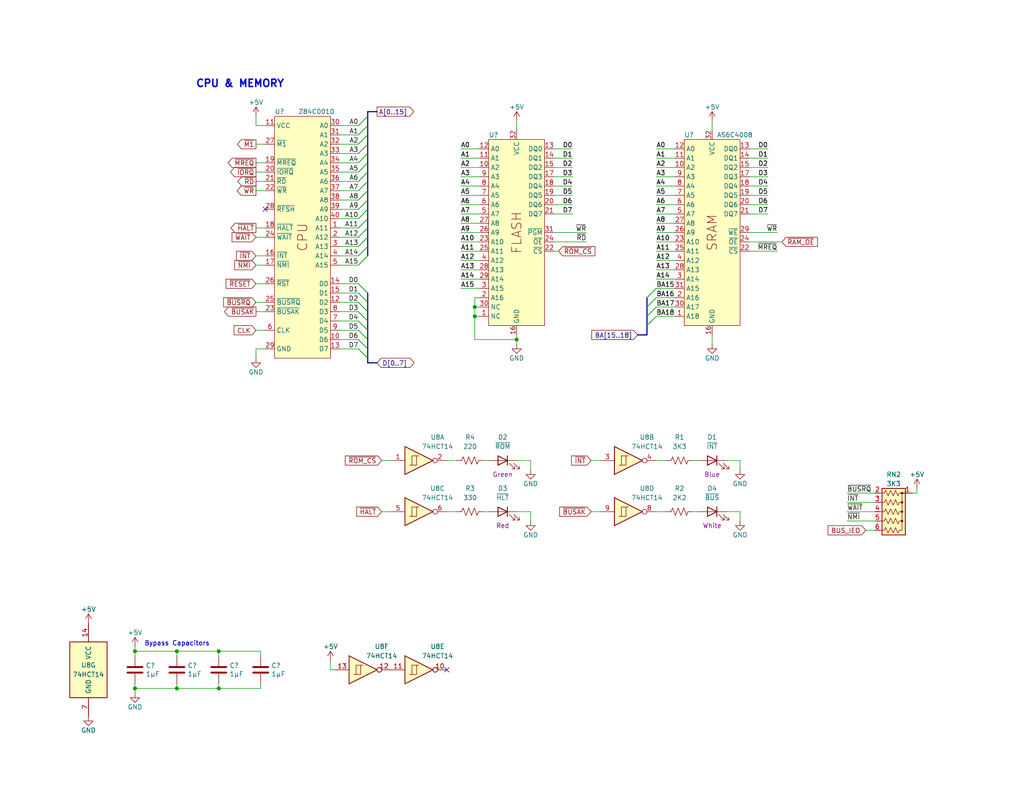
<source format=kicad_sch>
(kicad_sch (version 20230121) (generator eeschema)
  (paper "USLetter")
  (title_block (title "CPU and memory") (date "2023-09-20") (rev "3") (company "Frédéric Segard, aka Micro Hobbyist") (comment 1 "youtune.com/@microhobbyist") (comment 2 "github.com/fredericsegard") (comment 4 "I want to thank John Winans, Grant Searle and Sergey Kiselev for inspiring me."))
  (lib_symbols
    (symbol "+5V_1" (power) (pin_names (offset 0))
      (property "Value" "+5V_1" (at 0 3.556 0))
      (symbol "+5V_1_1_1"
        (pin power_in line (at 0 0 90) (length 0) hide (name "+5V") (number "1"))
      )
    )
    (symbol "0_Library:AS6C4008"
      (property "Reference" "U" (at -7.62 0.635 0))
      (property "Value" "AS6C4008" (at 1.27 0.635 0))
      (symbol "AS6C4008_0_0"
        (text "SRAM" (at 0 -25.4 900) (effects (font (size 2.54 2.54))))
        (pin power_in line (at 0 -53.34 90) (length 2.54) (name "GND") (number "16"))
        (pin power_in line (at 0 2.54 270) (length 2.54) (name "VCC") (number "32"))
      )
      (symbol "AS6C4008_1_1"
        (pin input line (at -10.16 -48.26 0) (length 2.54) (name "A18") (number "1"))
        (pin input line (at -10.16 -7.62 0) (length 2.54) (name "A2") (number "10"))
        (pin input line (at -10.16 -5.08 0) (length 2.54) (name "A1") (number "11"))
        (pin input line (at -10.16 -2.54 0) (length 2.54) (name "A0") (number "12"))
        (pin tri_state line (at 10.16 -2.54 180) (length 2.54) (name "DQ0") (number "13"))
        (pin tri_state line (at 10.16 -5.08 180) (length 2.54) (name "DQ1") (number "14"))
        (pin tri_state line (at 10.16 -7.62 180) (length 2.54) (name "DQ2") (number "15"))
        (pin tri_state line (at 10.16 -10.16 180) (length 2.54) (name "DQ3") (number "17"))
        (pin tri_state line (at 10.16 -12.7 180) (length 2.54) (name "DQ4") (number "18"))
        (pin tri_state line (at 10.16 -15.24 180) (length 2.54) (name "DQ5") (number "19"))
        (pin input line (at -10.16 -43.18 0) (length 2.54) (name "A16") (number "2"))
        (pin tri_state line (at 10.16 -17.78 180) (length 2.54) (name "DQ6") (number "20"))
        (pin tri_state line (at 10.16 -20.32 180) (length 2.54) (name "DQ7") (number "21"))
        (pin input line (at 10.16 -30.48 180) (length 2.54) (name "~{CS}") (number "22"))
        (pin input line (at -10.16 -27.94 0) (length 2.54) (name "A10") (number "23"))
        (pin input line (at 10.16 -27.94 180) (length 2.54) (name "~{OE}") (number "24"))
        (pin input line (at -10.16 -30.48 0) (length 2.54) (name "A11") (number "25"))
        (pin input line (at -10.16 -25.4 0) (length 2.54) (name "A9") (number "26"))
        (pin input line (at -10.16 -22.86 0) (length 2.54) (name "A8") (number "27"))
        (pin input line (at -10.16 -35.56 0) (length 2.54) (name "A13") (number "28"))
        (pin input line (at 10.16 -25.4 180) (length 2.54) (name "~{WE}") (number "29"))
        (pin input line (at -10.16 -38.1 0) (length 2.54) (name "A14") (number "3"))
        (pin input line (at -10.16 -45.72 0) (length 2.54) (name "A17") (number "30"))
        (pin input line (at -10.16 -40.64 0) (length 2.54) (name "A15") (number "31"))
        (pin input line (at -10.16 -33.02 0) (length 2.54) (name "A12") (number "4"))
        (pin input line (at -10.16 -20.32 0) (length 2.54) (name "A7") (number "5"))
        (pin input line (at -10.16 -17.78 0) (length 2.54) (name "A6") (number "6"))
        (pin input line (at -10.16 -15.24 0) (length 2.54) (name "A5") (number "7"))
        (pin input line (at -10.16 -12.7 0) (length 2.54) (name "A4") (number "8"))
        (pin input line (at -10.16 -10.16 0) (length 2.54) (name "A3") (number "9"))
      )
    )
    (symbol "0_Library:SST39SF010"
      (property "Reference" "U" (at -7.62 0 0))
      (property "Value" "SST39SF010" (at 1.27 0 0))
      (symbol "SST39SF010_0_0"
        (text "FLASH" (at 0 -25.4 900) (effects (font (size 2.54 2.54))))
        (pin power_in line (at 0 -53.34 90) (length 2.54) (name "GND") (number "16"))
        (pin power_in line (at 0 2.54 270) (length 2.54) (name "VCC") (number "32"))
      )
      (symbol "SST39SF010_1_1"
        (pin input line (at -10.16 -48.26 0) (length 2.54) (name "NC") (number "1"))
        (pin input line (at -10.16 -7.62 0) (length 2.54) (name "A2") (number "10"))
        (pin input line (at -10.16 -5.08 0) (length 2.54) (name "A1") (number "11"))
        (pin input line (at -10.16 -2.54 0) (length 2.54) (name "A0") (number "12"))
        (pin tri_state line (at 10.16 -2.54 180) (length 2.54) (name "DQ0") (number "13"))
        (pin tri_state line (at 10.16 -5.08 180) (length 2.54) (name "DQ1") (number "14"))
        (pin tri_state line (at 10.16 -7.62 180) (length 2.54) (name "DQ2") (number "15"))
        (pin tri_state line (at 10.16 -10.16 180) (length 2.54) (name "DQ3") (number "17"))
        (pin tri_state line (at 10.16 -12.7 180) (length 2.54) (name "DQ4") (number "18"))
        (pin tri_state line (at 10.16 -15.24 180) (length 2.54) (name "DQ5") (number "19"))
        (pin input line (at -10.16 -43.18 0) (length 2.54) (name "A16") (number "2"))
        (pin tri_state line (at 10.16 -17.78 180) (length 2.54) (name "DQ6") (number "20"))
        (pin tri_state line (at 10.16 -20.32 180) (length 2.54) (name "DQ7") (number "21"))
        (pin input line (at 10.16 -30.48 180) (length 2.54) (name "~{CS}") (number "22"))
        (pin input line (at -10.16 -27.94 0) (length 2.54) (name "A10") (number "23"))
        (pin input line (at 10.16 -27.94 180) (length 2.54) (name "~{OE}") (number "24"))
        (pin input line (at -10.16 -30.48 0) (length 2.54) (name "A11") (number "25"))
        (pin input line (at -10.16 -25.4 0) (length 2.54) (name "A9") (number "26"))
        (pin input line (at -10.16 -22.86 0) (length 2.54) (name "A8") (number "27"))
        (pin input line (at -10.16 -35.56 0) (length 2.54) (name "A13") (number "28"))
        (pin input line (at -10.16 -38.1 0) (length 2.54) (name "A14") (number "29"))
        (pin input line (at -10.16 -40.64 0) (length 2.54) (name "A15") (number "3"))
        (pin input line (at -10.16 -45.72 0) (length 2.54) (name "NC") (number "30"))
        (pin input line (at 10.16 -25.4 180) (length 2.54) (name "~{PGM}") (number "31"))
        (pin input line (at -10.16 -33.02 0) (length 2.54) (name "A12") (number "4"))
        (pin input line (at -10.16 -20.32 0) (length 2.54) (name "A7") (number "5"))
        (pin input line (at -10.16 -17.78 0) (length 2.54) (name "A6") (number "6"))
        (pin input line (at -10.16 -15.24 0) (length 2.54) (name "A5") (number "7"))
        (pin input line (at -10.16 -12.7 0) (length 2.54) (name "A4") (number "8"))
        (pin input line (at -10.16 -10.16 0) (length 2.54) (name "A3") (number "9"))
      )
    )
    (symbol "0_Library:Z84C00xx CPU"
      (property "Reference" "U" (at -7.62 1.27 0))
      (property "Value" "Z84C00xx CPU" (at 1.27 1.27 0))
      (symbol "Z84C00xx CPU_0_0"
        (text "CPU" (at 0 -33.02 900) (effects (font (size 2.54 2.54))))
      )
      (symbol "Z84C00xx CPU_1_1"
        (pin tri_state line (at 10.16 -30.48 180) (length 2.54) (name "A11") (number "1"))
        (pin tri_state line (at 10.16 -60.96 180) (length 2.54) (name "D6") (number "10"))
        (pin power_in line (at -10.16 -2.54 0) (length 2.54) (name "VCC") (number "11"))
        (pin tri_state line (at 10.16 -50.8 180) (length 2.54) (name "D2") (number "12"))
        (pin tri_state line (at 10.16 -63.5 180) (length 2.54) (name "D7") (number "13"))
        (pin tri_state line (at 10.16 -45.72 180) (length 2.54) (name "D0") (number "14"))
        (pin tri_state line (at 10.16 -48.26 180) (length 2.54) (name "D1") (number "15"))
        (pin input line (at -10.16 -38.1 0) (length 2.54) (name "~{INT}") (number "16"))
        (pin input line (at -10.16 -40.64 0) (length 2.54) (name "~{NMI}") (number "17"))
        (pin output line (at -10.16 -30.48 0) (length 2.54) (name "~{HALT}") (number "18"))
        (pin tri_state line (at -10.16 -12.7 0) (length 2.54) (name "~{MREQ}") (number "19"))
        (pin tri_state line (at 10.16 -33.02 180) (length 2.54) (name "A12") (number "2"))
        (pin tri_state line (at -10.16 -15.24 0) (length 2.54) (name "~{IORQ}") (number "20"))
        (pin tri_state line (at -10.16 -17.78 0) (length 2.54) (name "~{RD}") (number "21"))
        (pin tri_state line (at -10.16 -20.32 0) (length 2.54) (name "~{WR}") (number "22"))
        (pin output line (at -10.16 -53.34 0) (length 2.54) (name "~{BUSAK}") (number "23"))
        (pin input line (at -10.16 -33.02 0) (length 2.54) (name "~{WAIT}") (number "24"))
        (pin input line (at -10.16 -50.8 0) (length 2.54) (name "~{BUSRQ}") (number "25"))
        (pin input line (at -10.16 -45.72 0) (length 2.54) (name "~{RST}") (number "26"))
        (pin output line (at -10.16 -7.62 0) (length 2.54) (name "~{M1}") (number "27"))
        (pin tri_state line (at -10.16 -25.4 0) (length 2.54) (name "~{RFSH}") (number "28"))
        (pin power_in line (at -10.16 -63.5 0) (length 2.54) (name "GND") (number "29"))
        (pin tri_state line (at 10.16 -35.56 180) (length 2.54) (name "A13") (number "3"))
        (pin tri_state line (at 10.16 -2.54 180) (length 2.54) (name "A0") (number "30"))
        (pin tri_state line (at 10.16 -5.08 180) (length 2.54) (name "A1") (number "31"))
        (pin tri_state line (at 10.16 -7.62 180) (length 2.54) (name "A2") (number "32"))
        (pin tri_state line (at 10.16 -10.16 180) (length 2.54) (name "A3") (number "33"))
        (pin tri_state line (at 10.16 -12.7 180) (length 2.54) (name "A4") (number "34"))
        (pin tri_state line (at 10.16 -15.24 180) (length 2.54) (name "A5") (number "35"))
        (pin tri_state line (at 10.16 -17.78 180) (length 2.54) (name "A6") (number "36"))
        (pin tri_state line (at 10.16 -20.32 180) (length 2.54) (name "A7") (number "37"))
        (pin tri_state line (at 10.16 -22.86 180) (length 2.54) (name "A8") (number "38"))
        (pin tri_state line (at 10.16 -25.4 180) (length 2.54) (name "A9") (number "39"))
        (pin tri_state line (at 10.16 -38.1 180) (length 2.54) (name "A14") (number "4"))
        (pin tri_state line (at 10.16 -27.94 180) (length 2.54) (name "A10") (number "40"))
        (pin tri_state line (at 10.16 -40.64 180) (length 2.54) (name "A15") (number "5"))
        (pin input line (at -10.16 -58.42 0) (length 2.54) (name "CLK") (number "6"))
        (pin tri_state line (at 10.16 -55.88 180) (length 2.54) (name "D4") (number "7"))
        (pin tri_state line (at 10.16 -53.34 180) (length 2.54) (name "D3") (number "8"))
        (pin tri_state line (at 10.16 -58.42 180) (length 2.54) (name "D5") (number "9"))
      )
    )
    (symbol "74xx:74HC14" (pin_names (offset 1.016))
      (property "Reference" "U" (at 0 1.27 0))
      (property "Value" "74HC14" (at 0 -1.27 0))
      (symbol "74HC14_1_0"
        (pin input line (at -7.62 0 0) (length 3.81) (name "~") (number "1"))
        (pin output inverted (at 7.62 0 180) (length 3.81) (name "~") (number "2"))
      )
      (symbol "74HC14_2_0"
        (pin input line (at -7.62 0 0) (length 3.81) (name "~") (number "3"))
        (pin output inverted (at 7.62 0 180) (length 3.81) (name "~") (number "4"))
      )
      (symbol "74HC14_3_0"
        (pin input line (at -7.62 0 0) (length 3.81) (name "~") (number "5"))
        (pin output inverted (at 7.62 0 180) (length 3.81) (name "~") (number "6"))
      )
      (symbol "74HC14_4_0"
        (pin output inverted (at 7.62 0 180) (length 3.81) (name "~") (number "8"))
        (pin input line (at -7.62 0 0) (length 3.81) (name "~") (number "9"))
      )
      (symbol "74HC14_5_0"
        (pin output inverted (at 7.62 0 180) (length 3.81) (name "~") (number "10"))
        (pin input line (at -7.62 0 0) (length 3.81) (name "~") (number "11"))
      )
      (symbol "74HC14_6_0"
        (pin output inverted (at 7.62 0 180) (length 3.81) (name "~") (number "12"))
        (pin input line (at -7.62 0 0) (length 3.81) (name "~") (number "13"))
      )
      (symbol "74HC14_7_0"
        (pin power_in line (at 0 12.7 270) (length 5.08) (name "VCC") (number "14"))
        (pin power_in line (at 0 -12.7 90) (length 5.08) (name "GND") (number "7"))
      )
    )
    (symbol "Device:C" (pin_numbers hide) (pin_names (offset 0.254))
      (property "Reference" "C" (at 0.635 2.54 0))
      (property "Value" "C" (at 0.635 -2.54 0))
      (symbol "C_1_1"
        (pin passive line (at 0 3.81 270) (length 2.794) (name "~") (number "1"))
        (pin passive line (at 0 -3.81 90) (length 2.794) (name "~") (number "2"))
      )
    )
    (symbol "Device:LED" (pin_numbers hide) (pin_names (offset 1.016) hide)
      (property "Reference" "D" (at 0 2.54 0))
      (property "Value" "LED" (at 0 -2.54 0))
      (symbol "LED_1_1"
        (pin passive line (at -3.81 0 0) (length 2.54) (name "K") (number "1"))
        (pin passive line (at 3.81 0 180) (length 2.54) (name "A") (number "2"))
      )
    )
    (symbol "Device:R_Network05_US" (pin_names (offset 0) hide)
      (property "Reference" "RN" (at -7.62 0 90))
      (property "Value" "R_Network05_US" (at 7.62 0 90))
      (symbol "R_Network05_US_1_1"
        (pin passive line (at -5.08 5.08 270) (length 2.54) (name "common") (number "1"))
        (pin passive line (at -5.08 -5.08 90) (length 1.27) (name "R1") (number "2"))
        (pin passive line (at -2.54 -5.08 90) (length 1.27) (name "R2") (number "3"))
        (pin passive line (at 0 -5.08 90) (length 1.27) (name "R3") (number "4"))
        (pin passive line (at 2.54 -5.08 90) (length 1.27) (name "R4") (number "5"))
        (pin passive line (at 5.08 -5.08 90) (length 1.27) (name "R5") (number "6"))
      )
    )
    (symbol "Device:R_US" (pin_numbers hide) (pin_names (offset 0))
      (property "Reference" "R" (at 2.54 0 90))
      (property "Value" "R_US" (at -2.54 0 90))
      (symbol "R_US_1_1"
        (pin passive line (at 0 3.81 270) (length 1.27) (name "~") (number "1"))
        (pin passive line (at 0 -3.81 90) (length 1.27) (name "~") (number "2"))
      )
    )
    (symbol "GND_1" (power) (pin_names (offset 0))
      (property "Value" "GND_1" (at 0 -3.81 0))
      (symbol "GND_1_1_1"
        (pin power_in line (at 0 0 270) (length 0) hide (name "GND") (number "1"))
      )
    )
  )
  (junction (at 48.26 187.96))
  (junction (at 36.83 187.96))
  (junction (at 129.54 86.36))
  (junction (at 59.69 187.96))
  (junction (at 59.69 177.8))
  (junction (at 129.54 83.82))
  (junction (at 36.83 177.8))
  (junction (at 140.97 92.71))
  (junction (at 48.26 177.8))
  (no_connect (at 72.39 57.15))
  (no_connect (at 121.92 182.88))
  (bus_entry (at 97.79 46.99) (size 2.54 -2.54))
  (bus_entry (at 97.79 46.99) (size 2.54 -2.54))
  (bus_entry (at 97.79 41.91) (size 2.54 -2.54))
  (bus_entry (at 97.79 41.91) (size 2.54 -2.54))
  (bus_entry (at 97.79 72.39) (size 2.54 -2.54))
  (bus_entry (at 97.79 72.39) (size 2.54 -2.54))
  (bus_entry (at 97.79 54.61) (size 2.54 -2.54))
  (bus_entry (at 97.79 54.61) (size 2.54 -2.54))
  (bus_entry (at 97.79 69.85) (size 2.54 -2.54))
  (bus_entry (at 97.79 69.85) (size 2.54 -2.54))
  (bus_entry (at 100.33 85.09) (size -2.54 -2.54))
  (bus_entry (at 100.33 85.09) (size -2.54 -2.54))
  (bus_entry (at 97.79 64.77) (size 2.54 -2.54))
  (bus_entry (at 97.79 64.77) (size 2.54 -2.54))
  (bus_entry (at 100.33 90.17) (size -2.54 -2.54))
  (bus_entry (at 100.33 90.17) (size -2.54 -2.54))
  (bus_entry (at 97.79 49.53) (size 2.54 -2.54))
  (bus_entry (at 97.79 49.53) (size 2.54 -2.54))
  (bus_entry (at 100.33 87.63) (size -2.54 -2.54))
  (bus_entry (at 100.33 87.63) (size -2.54 -2.54))
  (bus_entry (at 176.53 86.36) (size 2.54 -2.54))
  (bus_entry (at 176.53 86.36) (size 2.54 -2.54))
  (bus_entry (at 100.33 82.55) (size -2.54 -2.54))
  (bus_entry (at 100.33 82.55) (size -2.54 -2.54))
  (bus_entry (at 176.53 83.82) (size 2.54 -2.54))
  (bus_entry (at 176.53 83.82) (size 2.54 -2.54))
  (bus_entry (at 176.53 81.28) (size 2.54 -2.54))
  (bus_entry (at 176.53 81.28) (size 2.54 -2.54))
  (bus_entry (at 97.79 36.83) (size 2.54 -2.54))
  (bus_entry (at 97.79 36.83) (size 2.54 -2.54))
  (bus_entry (at 97.79 57.15) (size 2.54 -2.54))
  (bus_entry (at 97.79 57.15) (size 2.54 -2.54))
  (bus_entry (at 97.79 34.29) (size 2.54 -2.54))
  (bus_entry (at 97.79 34.29) (size 2.54 -2.54))
  (bus_entry (at 100.33 95.25) (size -2.54 -2.54))
  (bus_entry (at 100.33 95.25) (size -2.54 -2.54))
  (bus_entry (at 176.53 88.9) (size 2.54 -2.54))
  (bus_entry (at 176.53 88.9) (size 2.54 -2.54))
  (bus_entry (at 97.79 52.07) (size 2.54 -2.54))
  (bus_entry (at 97.79 52.07) (size 2.54 -2.54))
  (bus_entry (at 97.79 39.37) (size 2.54 -2.54))
  (bus_entry (at 97.79 39.37) (size 2.54 -2.54))
  (bus_entry (at 97.79 62.23) (size 2.54 -2.54))
  (bus_entry (at 97.79 62.23) (size 2.54 -2.54))
  (bus_entry (at 97.79 67.31) (size 2.54 -2.54))
  (bus_entry (at 97.79 67.31) (size 2.54 -2.54))
  (bus_entry (at 100.33 97.79) (size -2.54 -2.54))
  (bus_entry (at 100.33 97.79) (size -2.54 -2.54))
  (bus_entry (at 100.33 80.01) (size -2.54 -2.54))
  (bus_entry (at 100.33 80.01) (size -2.54 -2.54))
  (bus_entry (at 97.79 44.45) (size 2.54 -2.54))
  (bus_entry (at 97.79 44.45) (size 2.54 -2.54))
  (bus_entry (at 97.79 59.69) (size 2.54 -2.54))
  (bus_entry (at 97.79 59.69) (size 2.54 -2.54))
  (bus_entry (at 100.33 92.71) (size -2.54 -2.54))
  (bus_entry (at 100.33 92.71) (size -2.54 -2.54))
  (wire (pts (xy 92.71 41.91) (xy 97.79 41.91)))
  (wire (pts (xy 92.71 54.61) (xy 97.79 54.61)))
  (wire (pts (xy 92.71 62.23) (xy 97.79 62.23)))
  (wire (pts (xy 90.17 180.34) (xy 90.17 182.88)))
  (wire (pts (xy 91.44 182.88) (xy 90.17 182.88)))
  (wire (pts (xy 151.13 45.72) (xy 156.21 45.72)))
  (wire (pts (xy 92.71 39.37) (xy 97.79 39.37)))
  (wire (pts (xy 69.85 82.55) (xy 72.39 82.55)))
  (wire (pts (xy 151.13 68.58) (xy 152.4 68.58)))
  (wire (pts (xy 250.19 133.35) (xy 250.19 134.62)))
  (wire (pts (xy 92.71 46.99) (xy 97.79 46.99)))
  (wire (pts (xy 36.83 186.69) (xy 36.83 187.96)))
  (wire (pts (xy 201.93 125.73) (xy 201.93 128.27)))
  (wire (pts (xy 204.47 45.72) (xy 209.55 45.72)))
  (wire (pts (xy 179.07 139.7) (xy 181.61 139.7)))
  (wire (pts (xy 71.12 177.8) (xy 59.69 177.8)))
  (bus (pts (xy 100.33 87.63) (xy 100.33 90.17)))
  (bus (pts (xy 100.33 49.53) (xy 100.33 52.07)))
  (wire (pts (xy 204.47 50.8) (xy 209.55 50.8)))
  (bus (pts (xy 100.33 80.01) (xy 100.33 82.55)))
  (wire (pts (xy 130.81 73.66) (xy 125.73 73.66)))
  (wire (pts (xy 92.71 69.85) (xy 97.79 69.85)))
  (bus (pts (xy 100.33 57.15) (xy 100.33 54.61)))
  (wire (pts (xy 48.26 187.96) (xy 59.69 187.96)))
  (wire (pts (xy 140.97 92.71) (xy 140.97 93.98)))
  (wire (pts (xy 204.47 58.42) (xy 209.55 58.42)))
  (wire (pts (xy 204.47 63.5) (xy 212.09 63.5)))
  (wire (pts (xy 140.97 139.7) (xy 144.78 139.7)))
  (wire (pts (xy 69.85 31.75) (xy 69.85 34.29)))
  (wire (pts (xy 130.81 68.58) (xy 125.73 68.58)))
  (wire (pts (xy 48.26 186.69) (xy 48.26 187.96)))
  (wire (pts (xy 59.69 179.07) (xy 59.69 177.8)))
  (wire (pts (xy 179.07 86.36) (xy 184.15 86.36)))
  (wire (pts (xy 204.47 68.58) (xy 212.09 68.58)))
  (wire (pts (xy 69.85 69.85) (xy 72.39 69.85)))
  (wire (pts (xy 179.07 83.82) (xy 184.15 83.82)))
  (wire (pts (xy 184.15 55.88) (xy 179.07 55.88)))
  (wire (pts (xy 179.07 81.28) (xy 184.15 81.28)))
  (wire (pts (xy 130.81 43.18) (xy 125.73 43.18)))
  (bus (pts (xy 176.53 81.28) (xy 176.53 83.82)))
  (wire (pts (xy 130.81 81.28) (xy 129.54 81.28)))
  (wire (pts (xy 151.13 48.26) (xy 156.21 48.26)))
  (wire (pts (xy 190.5 125.73) (xy 189.23 125.73)))
  (wire (pts (xy 184.15 60.96) (xy 179.07 60.96)))
  (wire (pts (xy 72.39 95.25) (xy 69.85 95.25)))
  (wire (pts (xy 69.85 44.45) (xy 72.39 44.45)))
  (bus (pts (xy 100.33 31.75) (xy 100.33 30.48)))
  (wire (pts (xy 129.54 92.71) (xy 140.97 92.71)))
  (wire (pts (xy 144.78 139.7) (xy 144.78 142.24)))
  (wire (pts (xy 36.83 176.53) (xy 36.83 177.8)))
  (bus (pts (xy 176.53 83.82) (xy 176.53 86.36)))
  (wire (pts (xy 204.47 53.34) (xy 209.55 53.34)))
  (wire (pts (xy 130.81 55.88) (xy 125.73 55.88)))
  (wire (pts (xy 121.92 139.7) (xy 124.46 139.7)))
  (bus (pts (xy 100.33 85.09) (xy 100.33 87.63)))
  (wire (pts (xy 204.47 40.64) (xy 209.55 40.64)))
  (wire (pts (xy 129.54 86.36) (xy 129.54 92.71)))
  (bus (pts (xy 100.33 64.77) (xy 100.33 62.23)))
  (bus (pts (xy 100.33 69.85) (xy 100.33 67.31)))
  (wire (pts (xy 71.12 186.69) (xy 71.12 187.96)))
  (wire (pts (xy 184.15 45.72) (xy 179.07 45.72)))
  (bus (pts (xy 100.33 99.06) (xy 102.87 99.06)))
  (wire (pts (xy 140.97 91.44) (xy 140.97 92.71)))
  (bus (pts (xy 100.33 49.53) (xy 100.33 46.99)))
  (wire (pts (xy 184.15 43.18) (xy 179.07 43.18)))
  (bus (pts (xy 173.99 91.44) (xy 176.53 91.44)))
  (wire (pts (xy 48.26 177.8) (xy 36.83 177.8)))
  (wire (pts (xy 238.76 134.62) (xy 231.14 134.62)))
  (wire (pts (xy 59.69 177.8) (xy 48.26 177.8)))
  (bus (pts (xy 100.33 39.37) (xy 100.33 36.83)))
  (wire (pts (xy 72.39 34.29) (xy 69.85 34.29)))
  (wire (pts (xy 238.76 142.24) (xy 231.14 142.24)))
  (wire (pts (xy 231.14 137.16) (xy 238.76 137.16)))
  (bus (pts (xy 100.33 90.17) (xy 100.33 92.71)))
  (bus (pts (xy 176.53 86.36) (xy 176.53 88.9)))
  (bus (pts (xy 100.33 97.79) (xy 100.33 99.06)))
  (wire (pts (xy 92.71 90.17) (xy 97.79 90.17)))
  (wire (pts (xy 204.47 55.88) (xy 209.55 55.88)))
  (wire (pts (xy 92.71 44.45) (xy 97.79 44.45)))
  (wire (pts (xy 130.81 50.8) (xy 125.73 50.8)))
  (wire (pts (xy 250.19 134.62) (xy 248.92 134.62)))
  (wire (pts (xy 92.71 82.55) (xy 97.79 82.55)))
  (wire (pts (xy 121.92 125.73) (xy 124.46 125.73)))
  (bus (pts (xy 100.33 36.83) (xy 100.33 34.29)))
  (wire (pts (xy 104.14 139.7) (xy 106.68 139.7)))
  (wire (pts (xy 69.85 52.07) (xy 72.39 52.07)))
  (wire (pts (xy 130.81 66.04) (xy 125.73 66.04)))
  (wire (pts (xy 236.22 144.78) (xy 238.76 144.78)))
  (wire (pts (xy 194.31 91.44) (xy 194.31 93.98)))
  (wire (pts (xy 130.81 83.82) (xy 129.54 83.82)))
  (wire (pts (xy 204.47 43.18) (xy 209.55 43.18)))
  (wire (pts (xy 140.97 125.73) (xy 144.78 125.73)))
  (wire (pts (xy 184.15 66.04) (xy 179.07 66.04)))
  (wire (pts (xy 204.47 66.04) (xy 213.36 66.04)))
  (wire (pts (xy 72.39 39.37) (xy 69.85 39.37)))
  (wire (pts (xy 130.81 40.64) (xy 125.73 40.64)))
  (wire (pts (xy 92.71 52.07) (xy 97.79 52.07)))
  (wire (pts (xy 69.85 90.17) (xy 72.39 90.17)))
  (wire (pts (xy 92.71 49.53) (xy 97.79 49.53)))
  (wire (pts (xy 92.71 57.15) (xy 97.79 57.15)))
  (wire (pts (xy 151.13 55.88) (xy 156.21 55.88)))
  (wire (pts (xy 59.69 186.69) (xy 59.69 187.96)))
  (wire (pts (xy 184.15 63.5) (xy 179.07 63.5)))
  (wire (pts (xy 161.29 139.7) (xy 163.83 139.7)))
  (wire (pts (xy 69.85 85.09) (xy 72.39 85.09)))
  (wire (pts (xy 69.85 77.47) (xy 72.39 77.47)))
  (wire (pts (xy 151.13 43.18) (xy 156.21 43.18)))
  (wire (pts (xy 198.12 139.7) (xy 201.93 139.7)))
  (bus (pts (xy 100.33 30.48) (xy 102.87 30.48)))
  (wire (pts (xy 184.15 40.64) (xy 179.07 40.64)))
  (wire (pts (xy 130.81 71.12) (xy 125.73 71.12)))
  (wire (pts (xy 36.83 177.8) (xy 36.83 179.07)))
  (wire (pts (xy 130.81 58.42) (xy 125.73 58.42)))
  (bus (pts (xy 100.33 59.69) (xy 100.33 57.15)))
  (wire (pts (xy 184.15 73.66) (xy 179.07 73.66)))
  (wire (pts (xy 129.54 83.82) (xy 129.54 86.36)))
  (wire (pts (xy 151.13 58.42) (xy 156.21 58.42)))
  (wire (pts (xy 69.85 64.77) (xy 72.39 64.77)))
  (wire (pts (xy 198.12 125.73) (xy 201.93 125.73)))
  (wire (pts (xy 92.71 64.77) (xy 97.79 64.77)))
  (wire (pts (xy 92.71 36.83) (xy 97.79 36.83)))
  (wire (pts (xy 92.71 80.01) (xy 97.79 80.01)))
  (wire (pts (xy 184.15 48.26) (xy 179.07 48.26)))
  (wire (pts (xy 231.14 139.7) (xy 238.76 139.7)))
  (wire (pts (xy 92.71 72.39) (xy 97.79 72.39)))
  (bus (pts (xy 100.33 62.23) (xy 100.33 59.69)))
  (wire (pts (xy 130.81 78.74) (xy 125.73 78.74)))
  (wire (pts (xy 48.26 179.07) (xy 48.26 177.8)))
  (wire (pts (xy 144.78 125.73) (xy 144.78 128.27)))
  (wire (pts (xy 92.71 85.09) (xy 97.79 85.09)))
  (wire (pts (xy 184.15 53.34) (xy 179.07 53.34)))
  (wire (pts (xy 130.81 76.2) (xy 125.73 76.2)))
  (wire (pts (xy 59.69 187.96) (xy 71.12 187.96)))
  (wire (pts (xy 130.81 60.96) (xy 125.73 60.96)))
  (wire (pts (xy 69.85 62.23) (xy 72.39 62.23)))
  (wire (pts (xy 92.71 67.31) (xy 97.79 67.31)))
  (wire (pts (xy 133.35 125.73) (xy 132.08 125.73)))
  (wire (pts (xy 69.85 46.99) (xy 72.39 46.99)))
  (bus (pts (xy 100.33 34.29) (xy 100.33 31.75)))
  (wire (pts (xy 104.14 125.73) (xy 106.68 125.73)))
  (wire (pts (xy 36.83 187.96) (xy 48.26 187.96)))
  (wire (pts (xy 71.12 179.07) (xy 71.12 177.8)))
  (wire (pts (xy 179.07 78.74) (xy 184.15 78.74)))
  (wire (pts (xy 204.47 48.26) (xy 209.55 48.26)))
  (wire (pts (xy 184.15 58.42) (xy 179.07 58.42)))
  (bus (pts (xy 176.53 88.9) (xy 176.53 91.44)))
  (wire (pts (xy 161.29 125.73) (xy 163.83 125.73)))
  (wire (pts (xy 184.15 50.8) (xy 179.07 50.8)))
  (wire (pts (xy 151.13 50.8) (xy 156.21 50.8)))
  (bus (pts (xy 100.33 44.45) (xy 100.33 41.91)))
  (wire (pts (xy 92.71 77.47) (xy 97.79 77.47)))
  (wire (pts (xy 69.85 95.25) (xy 69.85 97.79)))
  (wire (pts (xy 92.71 87.63) (xy 97.79 87.63)))
  (wire (pts (xy 184.15 68.58) (xy 179.07 68.58)))
  (wire (pts (xy 184.15 71.12) (xy 179.07 71.12)))
  (bus (pts (xy 100.33 92.71) (xy 100.33 95.25)))
  (wire (pts (xy 160.02 66.04) (xy 151.13 66.04)))
  (bus (pts (xy 100.33 41.91) (xy 100.33 39.37)))
  (wire (pts (xy 151.13 53.34) (xy 156.21 53.34)))
  (bus (pts (xy 100.33 82.55) (xy 100.33 85.09)))
  (wire (pts (xy 194.31 33.02) (xy 194.31 35.56)))
  (wire (pts (xy 130.81 53.34) (xy 125.73 53.34)))
  (wire (pts (xy 129.54 81.28) (xy 129.54 83.82)))
  (bus (pts (xy 100.33 95.25) (xy 100.33 97.79)))
  (wire (pts (xy 140.97 33.02) (xy 140.97 35.56)))
  (wire (pts (xy 69.85 72.39) (xy 72.39 72.39)))
  (wire (pts (xy 69.85 49.53) (xy 72.39 49.53)))
  (wire (pts (xy 151.13 40.64) (xy 156.21 40.64)))
  (wire (pts (xy 151.13 63.5) (xy 160.02 63.5)))
  (bus (pts (xy 100.33 46.99) (xy 100.33 44.45)))
  (wire (pts (xy 129.54 86.36) (xy 130.81 86.36)))
  (bus (pts (xy 100.33 54.61) (xy 100.33 52.07)))
  (wire (pts (xy 36.83 187.96) (xy 36.83 189.23)))
  (wire (pts (xy 201.93 139.7) (xy 201.93 142.24)))
  (wire (pts (xy 92.71 59.69) (xy 97.79 59.69)))
  (wire (pts (xy 190.5 139.7) (xy 189.23 139.7)))
  (wire (pts (xy 130.81 63.5) (xy 125.73 63.5)))
  (wire (pts (xy 92.71 95.25) (xy 97.79 95.25)))
  (wire (pts (xy 133.35 139.7) (xy 132.08 139.7)))
  (wire (pts (xy 92.71 34.29) (xy 97.79 34.29)))
  (bus (pts (xy 100.33 67.31) (xy 100.33 64.77)))
  (wire (pts (xy 184.15 76.2) (xy 179.07 76.2)))
  (wire (pts (xy 179.07 125.73) (xy 181.61 125.73)))
  (wire (pts (xy 92.71 92.71) (xy 97.79 92.71)))
  (wire (pts (xy 130.81 45.72) (xy 125.73 45.72)))
  (wire (pts (xy 130.81 48.26) (xy 125.73 48.26)))
  (text "Bypass Capacitors" (at 39.37 176.53 0) (effects (font (size 1.27 1.27)) (justify left bottom)))
  (text "Bypass Capacitors" (at 39.37 176.53 0) (effects (font (size 1.27 1.27)) (justify left bottom)))
  (text "CPU & MEMORY" (at 53.34 24.13 0) (effects (font (size 2 2) (thickness 0.4) bold) (justify left bottom)))
  (label "A14" (at 125.73 76.2 0))
  (label "A4" (at 97.79 44.45 180))
  (label "BA18" (at 179.07 86.36 0))
  (label "D5" (at 156.21 53.34 180))
  (label "A5" (at 97.79 46.99 180))
  (label "BA15" (at 179.07 78.74 0))
  (label "A9" (at 125.73 63.5 0))
  (label "D7" (at 156.21 58.42 180))
  (label "A1" (at 125.73 43.18 0))
  (label "A13" (at 179.07 73.66 0))
  (label "A11" (at 97.79 62.23 180))
  (label "A10" (at 179.07 66.04 0))
  (label "A6" (at 97.79 49.53 180))
  (label "A3" (at 179.07 48.26 0))
  (label "A13" (at 97.79 67.31 180))
  (label "A3" (at 179.07 48.26 0))
  (label "D1" (at 156.21 43.18 180))
  (label "A9" (at 125.73 63.5 0))
  (label "A11" (at 125.73 68.58 0))
  (label "D5" (at 209.55 53.34 180))
  (label "D7" (at 156.21 58.42 180))
  (label "D5" (at 97.79 90.17 180))
  (label "A2" (at 179.07 45.72 0))
  (label "A2" (at 125.73 45.72 0))
  (label "BA15" (at 179.07 78.74 0))
  (label "D7" (at 97.79 95.25 180))
  (label "A7" (at 125.73 58.42 0))
  (label "A0" (at 179.07 40.64 0))
  (label "A4" (at 125.73 50.8 0))
  (label "~{WR}" (at 160.02 63.5 180))
  (label "A5" (at 179.07 53.34 0))
  (label "A8" (at 97.79 54.61 180))
  (label "BA18" (at 179.07 86.36 0))
  (label "A1" (at 125.73 43.18 0))
  (label "A6" (at 179.07 55.88 0))
  (label "BA16" (at 179.07 81.28 0))
  (label "BA17" (at 179.07 83.82 0))
  (label "D6" (at 156.21 55.88 180))
  (label "A3" (at 125.73 48.26 0))
  (label "A11" (at 179.07 68.58 0))
  (label "A9" (at 179.07 63.5 0))
  (label "A5" (at 125.73 53.34 0))
  (label "D3" (at 97.79 85.09 180))
  (label "D4" (at 156.21 50.8 180))
  (label "A13" (at 125.73 73.66 0))
  (label "D4" (at 209.55 50.8 180))
  (label "A4" (at 179.07 50.8 0))
  (label "A2" (at 125.73 45.72 0))
  (label "D6" (at 209.55 55.88 180))
  (label "D1" (at 156.21 43.18 180))
  (label "A0" (at 125.73 40.64 0))
  (label "D2" (at 209.55 45.72 180))
  (label "D1" (at 97.79 80.01 180))
  (label "A8" (at 179.07 60.96 0))
  (label "D4" (at 156.21 50.8 180))
  (label "A13" (at 179.07 73.66 0))
  (label "A0" (at 97.79 34.29 180))
  (label "A10" (at 125.73 66.04 0))
  (label "D1" (at 209.55 43.18 180))
  (label "D0" (at 209.55 40.64 180))
  (label "A6" (at 125.73 55.88 0))
  (label "A0" (at 179.07 40.64 0))
  (label "A12" (at 97.79 64.77 180))
  (label "A14" (at 179.07 76.2 0))
  (label "D1" (at 209.55 43.18 180))
  (label "D0" (at 209.55 40.64 180))
  (label "A9" (at 97.79 57.15 180))
  (label "A5" (at 125.73 53.34 0))
  (label "A10" (at 97.79 59.69 180))
  (label "A7" (at 179.07 58.42 0))
  (label "A6" (at 125.73 55.88 0))
  (label "D6" (at 209.55 55.88 180))
  (label "A12" (at 179.07 71.12 0))
  (label "D5" (at 209.55 53.34 180))
  (label "D2" (at 156.21 45.72 180))
  (label "~{INT}" (at 231.14 137.16 0))
  (label "~{RD}" (at 160.02 66.04 180))
  (label "D6" (at 97.79 92.71 180))
  (label "A6" (at 179.07 55.88 0))
  (label "D3" (at 209.55 48.26 180))
  (label "~{MREQ}" (at 212.09 68.58 180))
  (label "A13" (at 125.73 73.66 0))
  (label "A1" (at 179.07 43.18 0))
  (label "D7" (at 209.55 58.42 180))
  (label "BA17" (at 179.07 83.82 0))
  (label "D3" (at 156.21 48.26 180))
  (label "A5" (at 179.07 53.34 0))
  (label "A1" (at 179.07 43.18 0))
  (label "A14" (at 179.07 76.2 0))
  (label "BA16" (at 179.07 81.28 0))
  (label "D3" (at 156.21 48.26 180))
  (label "D2" (at 97.79 82.55 180))
  (label "D4" (at 97.79 87.63 180))
  (label "A10" (at 179.07 66.04 0))
  (label "A7" (at 179.07 58.42 0))
  (label "D5" (at 156.21 53.34 180))
  (label "A15" (at 125.73 78.74 0))
  (label "D2" (at 209.55 45.72 180))
  (label "A8" (at 125.73 60.96 0))
  (label "A1" (at 97.79 36.83 180))
  (label "A15" (at 97.79 72.39 180))
  (label "D6" (at 156.21 55.88 180))
  (label "D3" (at 209.55 48.26 180))
  (label "D0" (at 156.21 40.64 180))
  (label "A0" (at 125.73 40.64 0))
  (label "A3" (at 125.73 48.26 0))
  (label "A10" (at 125.73 66.04 0))
  (label "A7" (at 97.79 52.07 180))
  (label "A8" (at 125.73 60.96 0))
  (label "~{BUSRQ}" (at 231.14 134.62 0))
  (label "A2" (at 179.07 45.72 0))
  (label "~{NMI}" (at 231.14 142.24 0))
  (label "D0" (at 97.79 77.47 180))
  (label "D4" (at 209.55 50.8 180))
  (label "~{WAIT}" (at 231.14 139.7 0))
  (label "A12" (at 125.73 71.12 0))
  (label "A15" (at 125.73 78.74 0))
  (label "A9" (at 179.07 63.5 0))
  (label "A14" (at 125.73 76.2 0))
  (label "A11" (at 179.07 68.58 0))
  (label "D7" (at 209.55 58.42 180))
  (label "A4" (at 179.07 50.8 0))
  (label "A14" (at 97.79 69.85 180))
  (label "A12" (at 125.73 71.12 0))
  (label "A7" (at 125.73 58.42 0))
  (label "A11" (at 125.73 68.58 0))
  (label "~{WR}" (at 212.09 63.5 180))
  (label "A4" (at 125.73 50.8 0))
  (label "D0" (at 156.21 40.64 180))
  (label "A3" (at 97.79 41.91 180))
  (label "D2" (at 156.21 45.72 180))
  (label "A2" (at 97.79 39.37 180))
  (label "A8" (at 179.07 60.96 0))
  (label "A12" (at 179.07 71.12 0))
  (global_label "~{ROM_CS}" (shape input) (at 152.4 68.58 0) (property "Intersheetrefs" "${INTERSHEET_REFS}" (effects hide)))
  (global_label "CLK" (shape input) (at 69.85 90.17 180) (property "Intersheetrefs" "${INTERSHEET_REFS}" (effects hide)))
  (global_label "~{BUSAK}" (shape output) (at 69.85 85.09 180) (property "Intersheetrefs" "${INTERSHEET_REFS}" (effects hide)))
  (global_label "~{RD}" (shape output) (at 69.85 49.53 180) (property "Intersheetrefs" "${INTERSHEET_REFS}" (effects hide)))
  (global_label "~{NMI}" (shape input) (at 69.85 72.39 180) (property "Intersheetrefs" "${INTERSHEET_REFS}" (effects hide)))
  (global_label "~{INT}" (shape input) (at 161.29 125.73 180) (property "Intersheetrefs" "${INTERSHEET_REFS}" (effects hide)))
  (global_label "~{INT}" (shape input) (at 69.85 69.85 180) (property "Intersheetrefs" "${INTERSHEET_REFS}" (effects hide)))
  (global_label "~{WR}" (shape output) (at 69.85 52.07 180) (property "Intersheetrefs" "${INTERSHEET_REFS}" (effects hide)))
  (global_label "BUS_IEO" (shape input) (at 236.22 144.78 180) (property "Intersheetrefs" "${INTERSHEET_REFS}" (effects hide)))
  (global_label "~{ROM_CS}" (shape input) (at 104.14 125.73 180) (property "Intersheetrefs" "${INTERSHEET_REFS}" (effects hide)))
  (global_label "~{RAM_OE}" (shape input) (at 213.36 66.04 0) (property "Intersheetrefs" "${INTERSHEET_REFS}" (effects hide)))
  (global_label "~{BUSAK}" (shape input) (at 161.29 139.7 180) (property "Intersheetrefs" "${INTERSHEET_REFS}" (effects hide)))
  (global_label "~{M1}" (shape output) (at 69.85 39.37 180) (property "Intersheetrefs" "${INTERSHEET_REFS}" (effects hide)))
  (global_label "~{BUSRQ}" (shape input) (at 69.85 82.55 180) (property "Intersheetrefs" "${INTERSHEET_REFS}" (effects hide)))
  (global_label "~{WAIT}" (shape input) (at 69.85 64.77 180) (property "Intersheetrefs" "${INTERSHEET_REFS}" (effects hide)))
  (global_label "~{IORQ}" (shape output) (at 69.85 46.99 180) (property "Intersheetrefs" "${INTERSHEET_REFS}" (effects hide)))
  (global_label "BA[15..18]" (shape input) (at 173.99 91.44 180) (property "Intersheetrefs" "${INTERSHEET_REFS}" (effects hide)))
  (global_label "D[0..7]" (shape bidirectional) (at 102.87 99.06 0) (property "Intersheetrefs" "${INTERSHEET_REFS}" (effects hide)))
  (global_label "~{RESET}" (shape input) (at 69.85 77.47 180) (property "Intersheetrefs" "${INTERSHEET_REFS}" (effects hide)))
  (global_label "A[0..15]" (shape output) (at 102.87 30.48 0) (property "Intersheetrefs" "${INTERSHEET_REFS}" (effects hide)))
  (global_label "~{HALT}" (shape input) (at 104.14 139.7 180) (property "Intersheetrefs" "${INTERSHEET_REFS}" (effects hide)))
  (global_label "~{HALT}" (shape output) (at 69.85 62.23 180) (property "Intersheetrefs" "${INTERSHEET_REFS}" (effects hide)))
  (global_label "~{MREQ}" (shape output) (at 69.85 44.45 180) (property "Intersheetrefs" "${INTERSHEET_REFS}" (effects hide)))
  (symbol (lib_name "+5V_1") (lib_id "power:+5V") (at 24.13 170.18 0) (unit 1)
    (property "Reference" "#PWR?" (effects hide))
    (property "Value" "+5V" (at 24.13 166.37 0))
    (instances (project "1 - Main CPU board with basic peripherals (rev5)" (path "" (reference "#PWR?") (unit 1)) (path "" (reference "#PWR?") (unit 1))) (project "2 - CPU and memory card with the essential peripherals" (path "" (reference "#PWR?") (unit 1))) (project "3 - Quad Serial card v3" (path "" (reference "#PWR?") (unit 1)) (path "" (reference "#PWR?") (unit 1))) (project "2 - CPU and core components (Rev 3)" (path "" (reference "#PWR032") (unit 1)) (path "" (reference "#PWR?") (unit 1))))
  )
  (symbol (lib_id "Device:C") (at 71.12 182.88 0) (unit 1)
    (property "Reference" "C?" (at 74.041 181.7116 0) (effects (justify left)))
    (property "Value" "1µF" (at 74.041 184.023 0) (effects (justify left)))
    (property "Footprint" "Capacitor_THT:C_Disc_D3.0mm_W2.0mm_P2.50mm" (effects hide))
    (instances (project "1 - Main CPU board with basic peripherals (rev5)" (path "" (reference "C?") (unit 1)) (path "" (reference "C?") (unit 1))) (project "2 - CPU and memory card with the essential peripherals" (path "" (reference "C?") (unit 1))) (project "3 - Quad Serial card v3" (path "" (reference "C?") (unit 1)) (path "" (reference "C?") (unit 1))) (project "2 - CPU and core components (Rev 3)" (path "" (reference "C8") (unit 1)) (path "" (reference "C?") (unit 1))))
  )
  (symbol (lib_id "74xx:74HC14") (at 24.13 182.88 0) (unit 7)
    (property "Reference" "U8" (at 24.13 181.61 0))
    (property "Value" "74HCT14" (at 24.13 184.15 0))
    (property "Footprint" "Package_DIP:DIP-14_W7.62mm_Socket" (effects hide))
    (property "Datasheet" "http://www.ti.com/lit/gpn/sn74HC14" (effects hide))
  )
  (symbol (lib_name "GND_1") (lib_id "power:GND") (at 24.13 195.58 0) (unit 1)
    (property "Reference" "#PWR?" (effects hide))
    (property "Value" "GND" (at 24.13 199.39 0))
    (instances (project "1 - Main CPU board with basic peripherals (rev5)" (path "" (reference "#PWR?") (unit 1)) (path "" (reference "#PWR?") (unit 1))) (project "2 - CPU and memory card with the essential peripherals" (path "" (reference "#PWR?") (unit 1))) (project "3 - Quad Serial card v3" (path "" (reference "#PWR?") (unit 1)) (path "" (reference "#PWR?") (unit 1))) (project "2 - CPU and core components (Rev 3)" (path "" (reference "#PWR035") (unit 1)) (path "" (reference "#PWR?") (unit 1))))
  )
  (symbol (lib_name "GND_1") (lib_id "power:GND") (at 144.78 128.27 0) (unit 1)
    (property "Reference" "#PWR?" (effects hide))
    (property "Value" "GND" (at 144.78 132.08 0))
    (instances (project "1 - Main CPU board with basic peripherals (rev5)" (path "" (reference "#PWR?") (unit 1))) (project "2 - CPU and memory card with the essential peripherals" (path "" (reference "#PWR?") (unit 1)) (path "" (reference "#PWR?") (unit 1)) (path "" (reference "#PWR?") (unit 1))) (project "2 - CPU and core components (Rev 3)" (path "" (reference "#PWR031") (unit 1))))
  )
  (symbol (lib_name "+5V_1") (lib_id "power:+5V") (at 250.19 133.35 0) (unit 1)
    (property "Reference" "#PWR?" (effects hide))
    (property "Value" "+5V" (at 250.19 129.54 0))
    (instances (project "1 - Main CPU board with basic peripherals (rev5)" (path "" (reference "#PWR?") (unit 1))) (project "0 - Card edge backplane v2" (path "" (reference "#PWR?") (unit 1))) (project "2 - CPU and core components (Rev 3)" (path "" (reference "#PWR?") (unit 1)) (path "" (reference "#PWR030") (unit 1))))
  )
  (symbol (lib_id "Device:R_Network05_US") (at 243.84 139.7 270) (unit 1)
    (property "Reference" "RN2" (at 243.84 129.54 90))
    (property "Value" "3K3" (at 243.84 132.08 90))
    (property "Footprint" "Resistor_THT:R_Array_SIP6" (effects hide))
    (property "Datasheet" "http://www.vishay.com/docs/31509/csc.pdf" (effects hide))
  )
  (symbol (lib_id "Device:LED") (at 194.31 139.7 0) (mirror y) (unit 1)
    (property "Reference" "D4" (at 194.31 133.35 0))
    (property "Value" "~{BUS}" (at 194.31 135.89 0))
    (property "Footprint" "LED_THT:LED_D3.0mm" (effects hide))
    (property "Color" "White" (at 194.31 143.51 0))
  )
  (symbol (lib_name "+5V_1") (lib_id "power:+5V") (at 69.85 31.75 0) (unit 1)
    (property "Reference" "#PWR?" (effects hide))
    (property "Value" "+5V" (at 69.85 27.94 0))
    (instances (project "1 - Main CPU board with basic peripherals (rev5)" (path "" (reference "#PWR?") (unit 1))) (project "2 - CPU and memory card with the essential peripherals" (path "" (reference "#PWR?") (unit 1))) (project "2 - CPU and core components (Rev 3)" (path "" (reference "#PWR024") (unit 1))))
  )
  (symbol (lib_name "GND_1") (lib_id "power:GND") (at 36.83 189.23 0) (unit 1)
    (property "Reference" "#PWR?" (effects hide))
    (property "Value" "GND" (at 36.83 193.04 0))
    (instances (project "1 - Main CPU board with basic peripherals (rev5)" (path "" (reference "#PWR?") (unit 1)) (path "" (reference "#PWR?") (unit 1))) (project "2 - CPU and memory card with the essential peripherals" (path "" (reference "#PWR?") (unit 1))) (project "3 - Quad Serial card v3" (path "" (reference "#PWR?") (unit 1)) (path "" (reference "#PWR?") (unit 1))) (project "2 - CPU and core components (Rev 3)" (path "" (reference "#PWR034") (unit 1)) (path "" (reference "#PWR?") (unit 1))))
  )
  (symbol (lib_id "Device:LED") (at 137.16 125.73 0) (mirror y) (unit 1)
    (property "Reference" "D2" (at 137.16 119.38 0))
    (property "Value" "~{ROM}" (at 137.16 121.92 0))
    (property "Footprint" "LED_THT:LED_D3.0mm" (effects hide))
    (property "Color" "Green" (at 137.16 129.54 0))
  )
  (symbol (lib_id "Device:C") (at 48.26 182.88 0) (unit 1)
    (property "Reference" "C?" (at 51.181 181.7116 0) (effects (justify left)))
    (property "Value" "1µF" (at 51.181 184.023 0) (effects (justify left)))
    (property "Footprint" "Capacitor_THT:C_Disc_D3.0mm_W2.0mm_P2.50mm" (effects hide))
    (instances (project "1 - Main CPU board with basic peripherals (rev5)" (path "" (reference "C?") (unit 1)) (path "" (reference "C?") (unit 1))) (project "2 - CPU and memory card with the essential peripherals" (path "" (reference "C?") (unit 1))) (project "3 - Quad Serial card v3" (path "" (reference "C?") (unit 1)) (path "" (reference "C?") (unit 1))) (project "2 - CPU and core components (Rev 3)" (path "" (reference "C7") (unit 1)) (path "" (reference "C?") (unit 1))))
  )
  (symbol (lib_name "GND_1") (lib_id "power:GND") (at 69.85 97.79 0) (unit 1)
    (property "Reference" "#PWR?" (effects hide))
    (property "Value" "GND" (at 69.85 101.6 0))
    (instances (project "1 - Main CPU board with basic peripherals (rev5)" (path "" (reference "#PWR?") (unit 1))) (project "2 - CPU and memory card with the essential peripherals" (path "" (reference "#PWR?") (unit 1)) (path "" (reference "#PWR?") (unit 1)) (path "" (reference "#PWR?") (unit 1))) (project "2 - CPU and core components (Rev 3)" (path "" (reference "#PWR029") (unit 1))))
  )
  (symbol (lib_id "Device:R_US") (at 128.27 125.73 90) (unit 1)
    (property "Reference" "R4" (at 128.27 119.38 90))
    (property "Value" "220" (at 128.27 121.92 90))
    (property "Footprint" "Resistor_THT:R_Axial_DIN0207_L6.3mm_D2.5mm_P10.16mm_Horizontal" (effects hide))
  )
  (symbol (lib_id "Device:R_US") (at 185.42 125.73 90) (unit 1)
    (property "Reference" "R1" (at 185.42 119.38 90))
    (property "Value" "3K3" (at 185.42 121.92 90))
    (property "Footprint" "Resistor_THT:R_Axial_DIN0207_L6.3mm_D2.5mm_P10.16mm_Horizontal" (effects hide))
  )
  (symbol (lib_id "74xx:74HC14") (at 99.06 182.88 0) (unit 6)
    (property "Reference" "U8" (at 104.14 176.53 0))
    (property "Value" "74HCT14" (at 104.14 179.07 0))
    (property "Footprint" "Package_DIP:DIP-14_W7.62mm_Socket" (effects hide))
    (property "Datasheet" "http://www.ti.com/lit/gpn/sn74HC14" (effects hide))
  )
  (symbol (lib_id "0_Library:AS6C4008") (at 194.31 38.1 0) (unit 1)
    (property "Reference" "U?" (at 186.69 36.83 0) (effects (justify left)))
    (property "Value" "AS6C4008" (at 195.58 36.83 0) (effects (justify left)))
    (property "Footprint" "Package_DIP:DIP-32_W15.24mm_Socket" (effects hide))
    (property "Datasheet" "https://www.alliancememory.com/wp-content/uploads/pdf/AS6C4008.pdf" (effects hide))
    (instances (project "1 - Main CPU board with basic peripherals (rev5)" (path "" (reference "U?") (unit 1))) (project "2 - CPU and memory card with the essential peripherals" (path "" (reference "U?") (unit 1))) (project "" (path "" (reference "U?") (unit 1))) (project "2 - CPU and core components (Rev 3)" (path "" (reference "U2") (unit 1))))
  )
  (symbol (lib_id "74xx:74HC14") (at 114.3 125.73 0) (unit 1)
    (property "Reference" "U8" (at 119.38 119.38 0))
    (property "Value" "74HCT14" (at 119.38 121.92 0))
    (property "Footprint" "Package_DIP:DIP-14_W7.62mm_Socket" (effects hide))
    (property "Datasheet" "http://www.ti.com/lit/gpn/sn74HC14" (effects hide))
  )
  (symbol (lib_id "0_Library:Z84C00xx CPU") (at 82.55 31.75 0) (unit 1)
    (property "Reference" "U?" (at 74.93 30.48 0) (effects (justify left)))
    (property "Value" "Z84C0010" (at 86.36 30.48 0))
    (property "Footprint" "Package_DIP:DIP-40_W15.24mm_Socket" (effects hide))
    (property "Datasheet" "https://www.mouser.ca/datasheet/2/240/ps0178-2584834.pdf" (effects hide))
    (instances (project "1 - Main CPU board with basic peripherals (rev5)" (path "" (reference "U?") (unit 1))) (project "2 - CPU and memory card with the essential peripherals" (path "" (reference "U?") (unit 1))) (project "" (path "" (reference "U?") (unit 1))) (project "2 - CPU and core components (Rev 3)" (path "" (reference "U11") (unit 1))))
  )
  (symbol (lib_id "74xx:74HC14") (at 114.3 182.88 0) (unit 5)
    (property "Reference" "U8" (at 119.38 176.53 0))
    (property "Value" "74HCT14" (at 119.38 179.07 0))
    (property "Footprint" "Package_DIP:DIP-14_W7.62mm_Socket" (effects hide))
    (property "Datasheet" "http://www.ti.com/lit/gpn/sn74HC14" (effects hide))
  )
  (symbol (lib_id "Device:LED") (at 137.16 139.7 0) (mirror y) (unit 1)
    (property "Reference" "D3" (at 137.16 133.35 0))
    (property "Value" "~{HLT}" (at 137.16 135.89 0))
    (property "Footprint" "LED_THT:LED_D3.0mm" (effects hide))
    (property "Color" "Red" (at 137.16 143.51 0))
  )
  (symbol (lib_name "+5V_1") (lib_id "power:+5V") (at 90.17 180.34 0) (unit 1)
    (property "Reference" "#PWR?" (effects hide))
    (property "Value" "+5V" (at 90.17 176.53 0))
    (instances (project "1 - Main CPU board with basic peripherals (rev5)" (path "" (reference "#PWR?") (unit 1)) (path "" (reference "#PWR?") (unit 1))) (project "2 - CPU and memory card with the essential peripherals" (path "" (reference "#PWR?") (unit 1))) (project "3 - Quad Serial card v3" (path "" (reference "#PWR?") (unit 1)) (path "" (reference "#PWR?") (unit 1))) (project "2 - CPU and core components (Rev 3)" (path "" (reference "#PWR063") (unit 1)) (path "" (reference "#PWR?") (unit 1))))
  )
  (symbol (lib_id "Device:R_US") (at 128.27 139.7 90) (unit 1)
    (property "Reference" "R3" (at 128.27 133.35 90))
    (property "Value" "330" (at 128.27 135.89 90))
    (property "Footprint" "Resistor_THT:R_Axial_DIN0207_L6.3mm_D2.5mm_P10.16mm_Horizontal" (effects hide))
  )
  (symbol (lib_name "GND_1") (lib_id "power:GND") (at 194.31 93.98 0) (unit 1)
    (property "Reference" "#PWR?" (effects hide))
    (property "Value" "GND" (at 194.31 97.79 0))
    (instances (project "1 - Main CPU board with basic peripherals (rev5)" (path "" (reference "#PWR?") (unit 1))) (project "2 - CPU and memory card with the essential peripherals" (path "" (reference "#PWR?") (unit 1)) (path "" (reference "#PWR?") (unit 1)) (path "" (reference "#PWR?") (unit 1))) (project "2 - CPU and core components (Rev 3)" (path "" (reference "#PWR028") (unit 1))))
  )
  (symbol (lib_id "74xx:74HC14") (at 171.45 139.7 0) (unit 4)
    (property "Reference" "U8" (at 176.53 133.35 0))
    (property "Value" "74HCT14" (at 176.53 135.89 0))
    (property "Footprint" "Package_DIP:DIP-14_W7.62mm_Socket" (effects hide))
    (property "Datasheet" "http://www.ti.com/lit/gpn/sn74HC14" (effects hide))
  )
  (symbol (lib_id "0_Library:SST39SF010") (at 140.97 38.1 0) (unit 1)
    (property "Reference" "U?" (at 133.35 36.83 0) (effects (justify left)))
    (property "Value" "SST39SF010" (effects hide))
    (property "Footprint" "0_Library:ZIF_Socket-32" (effects hide))
    (property "Datasheet" "https://ww1.microchip.com/downloads/en/DeviceDoc/20005022C.pdf" (effects hide))
    (instances (project "1 - Main CPU board with basic peripherals (rev5)" (path "" (reference "U?") (unit 1))) (project "2 - CPU and memory card with the essential peripherals" (path "" (reference "U?") (unit 1))) (project "" (path "" (reference "U?") (unit 1))) (project "2 - CPU and core components (Rev 3)" (path "" (reference "U1") (unit 1))))
  )
  (symbol (lib_name "+5V_1") (lib_id "power:+5V") (at 140.97 33.02 0) (unit 1)
    (property "Reference" "#PWR?" (effects hide))
    (property "Value" "+5V" (at 140.97 29.21 0))
    (instances (project "1 - Main CPU board with basic peripherals (rev5)" (path "" (reference "#PWR?") (unit 1))) (project "2 - CPU and memory card with the essential peripherals" (path "" (reference "#PWR?") (unit 1))) (project "2 - CPU and core components (Rev 3)" (path "" (reference "#PWR025") (unit 1))))
  )
  (symbol (lib_name "GND_1") (lib_id "power:GND") (at 140.97 93.98 0) (unit 1)
    (property "Reference" "#PWR?" (effects hide))
    (property "Value" "GND" (at 140.97 97.79 0))
    (instances (project "1 - Main CPU board with basic peripherals (rev5)" (path "" (reference "#PWR?") (unit 1))) (project "2 - CPU and memory card with the essential peripherals" (path "" (reference "#PWR?") (unit 1)) (path "" (reference "#PWR?") (unit 1)) (path "" (reference "#PWR?") (unit 1))) (project "2 - CPU and core components (Rev 3)" (path "" (reference "#PWR027") (unit 1))))
  )
  (symbol (lib_id "Device:LED") (at 194.31 125.73 0) (mirror y) (unit 1)
    (property "Reference" "D1" (at 194.31 119.38 0))
    (property "Value" "~{INT}" (at 194.31 121.92 0))
    (property "Footprint" "LED_THT:LED_D3.0mm" (effects hide))
    (property "Color" "Blue" (at 194.31 129.54 0))
  )
  (symbol (lib_name "+5V_1") (lib_id "power:+5V") (at 36.83 176.53 0) (unit 1)
    (property "Reference" "#PWR?" (effects hide))
    (property "Value" "+5V" (at 36.83 172.72 0))
    (instances (project "1 - Main CPU board with basic peripherals (rev5)" (path "" (reference "#PWR?") (unit 1)) (path "" (reference "#PWR?") (unit 1))) (project "2 - CPU and memory card with the essential peripherals" (path "" (reference "#PWR?") (unit 1))) (project "3 - Quad Serial card v3" (path "" (reference "#PWR?") (unit 1)) (path "" (reference "#PWR?") (unit 1))) (project "2 - CPU and core components (Rev 3)" (path "" (reference "#PWR033") (unit 1)) (path "" (reference "#PWR?") (unit 1))))
  )
  (symbol (lib_id "Device:C") (at 36.83 182.88 0) (unit 1)
    (property "Reference" "C?" (at 39.751 181.7116 0) (effects (justify left)))
    (property "Value" "1µF" (at 39.751 184.023 0) (effects (justify left)))
    (property "Footprint" "Capacitor_THT:C_Disc_D3.0mm_W2.0mm_P2.50mm" (effects hide))
    (instances (project "1 - Main CPU board with basic peripherals (rev5)" (path "" (reference "C?") (unit 1)) (path "" (reference "C?") (unit 1))) (project "2 - CPU and memory card with the essential peripherals" (path "" (reference "C?") (unit 1))) (project "3 - Quad Serial card v3" (path "" (reference "C?") (unit 1)) (path "" (reference "C?") (unit 1))) (project "2 - CPU and core components (Rev 3)" (path "" (reference "C5") (unit 1)) (path "" (reference "C?") (unit 1))))
  )
  (symbol (lib_name "GND_1") (lib_id "power:GND") (at 201.93 142.24 0) (unit 1)
    (property "Reference" "#PWR?" (effects hide))
    (property "Value" "GND" (at 201.93 146.05 0))
    (instances (project "1 - Main CPU board with basic peripherals (rev5)" (path "" (reference "#PWR?") (unit 1))) (project "2 - CPU and memory card with the essential peripherals" (path "" (reference "#PWR?") (unit 1)) (path "" (reference "#PWR?") (unit 1)) (path "" (reference "#PWR?") (unit 1))) (project "2 - CPU and core components (Rev 3)" (path "" (reference "#PWR062") (unit 1))))
  )
  (symbol (lib_name "+5V_1") (lib_id "power:+5V") (at 194.31 33.02 0) (unit 1)
    (property "Reference" "#PWR?" (effects hide))
    (property "Value" "+5V" (at 194.31 29.21 0))
    (instances (project "1 - Main CPU board with basic peripherals (rev5)" (path "" (reference "#PWR?") (unit 1))) (project "2 - CPU and memory card with the essential peripherals" (path "" (reference "#PWR?") (unit 1))) (project "2 - CPU and core components (Rev 3)" (path "" (reference "#PWR026") (unit 1))))
  )
  (symbol (lib_id "74xx:74HC14") (at 171.45 125.73 0) (unit 2)
    (property "Reference" "U8" (at 176.53 119.38 0))
    (property "Value" "74HCT14" (at 176.53 121.92 0))
    (property "Footprint" "Package_DIP:DIP-14_W7.62mm_Socket" (effects hide))
    (property "Datasheet" "http://www.ti.com/lit/gpn/sn74HC14" (effects hide))
  )
  (symbol (lib_id "74xx:74HC14") (at 114.3 139.7 0) (unit 3)
    (property "Reference" "U8" (at 119.38 133.35 0))
    (property "Value" "74HCT14" (at 119.38 135.89 0))
    (property "Footprint" "Package_DIP:DIP-14_W7.62mm_Socket" (effects hide))
    (property "Datasheet" "http://www.ti.com/lit/gpn/sn74HC14" (effects hide))
  )
  (symbol (lib_name "GND_1") (lib_id "power:GND") (at 201.93 128.27 0) (unit 1)
    (property "Reference" "#PWR?" (effects hide))
    (property "Value" "GND" (at 201.93 132.08 0))
    (instances (project "1 - Main CPU board with basic peripherals (rev5)" (path "" (reference "#PWR?") (unit 1))) (project "2 - CPU and memory card with the essential peripherals" (path "" (reference "#PWR?") (unit 1)) (path "" (reference "#PWR?") (unit 1)) (path "" (reference "#PWR?") (unit 1))) (project "2 - CPU and core components (Rev 3)" (path "" (reference "#PWR060") (unit 1))))
  )
  (symbol (lib_id "Device:R_US") (at 185.42 139.7 90) (unit 1)
    (property "Reference" "R2" (at 185.42 133.35 90))
    (property "Value" "2K2" (at 185.42 135.89 90))
    (property "Footprint" "Resistor_THT:R_Axial_DIN0207_L6.3mm_D2.5mm_P10.16mm_Horizontal" (effects hide))
  )
  (symbol (lib_id "Device:C") (at 59.69 182.88 0) (unit 1)
    (property "Reference" "C?" (at 62.611 181.7116 0) (effects (justify left)))
    (property "Value" "1µF" (at 62.611 184.023 0) (effects (justify left)))
    (property "Footprint" "Capacitor_THT:C_Disc_D3.0mm_W2.0mm_P2.50mm" (effects hide))
    (instances (project "1 - Main CPU board with basic peripherals (rev5)" (path "" (reference "C?") (unit 1)) (path "" (reference "C?") (unit 1))) (project "2 - CPU and memory card with the essential peripherals" (path "" (reference "C?") (unit 1))) (project "3 - Quad Serial card v3" (path "" (reference "C?") (unit 1)) (path "" (reference "C?") (unit 1))) (project "2 - CPU and core components (Rev 3)" (path "" (reference "C6") (unit 1)) (path "" (reference "C?") (unit 1))))
  )
  (symbol (lib_name "GND_1") (lib_id "power:GND") (at 144.78 142.24 0) (unit 1)
    (property "Reference" "#PWR?" (effects hide))
    (property "Value" "GND" (at 144.78 146.05 0))
    (instances (project "1 - Main CPU board with basic peripherals (rev5)" (path "" (reference "#PWR?") (unit 1))) (project "2 - CPU and memory card with the essential peripherals" (path "" (reference "#PWR?") (unit 1)) (path "" (reference "#PWR?") (unit 1)) (path "" (reference "#PWR?") (unit 1))) (project "2 - CPU and core components (Rev 3)" (path "" (reference "#PWR061") (unit 1))))
  )
)
</source>
